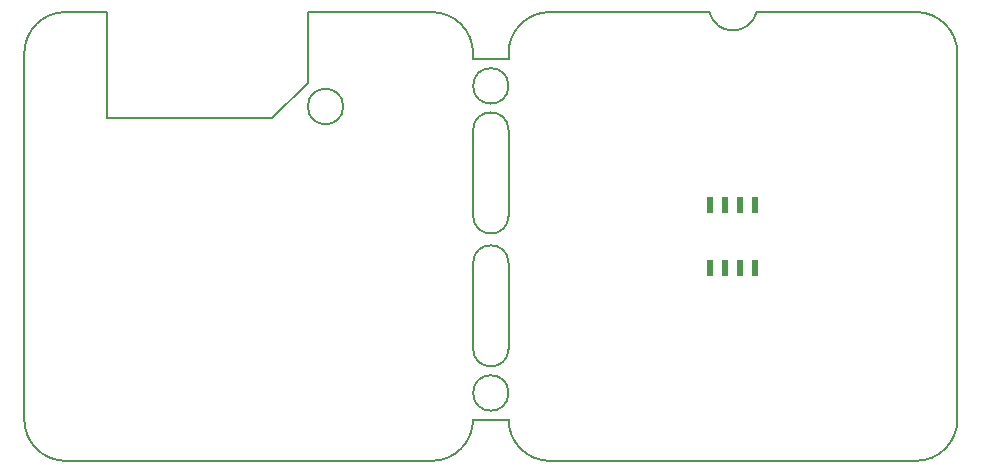
<source format=gbr>
%TF.GenerationSoftware,KiCad,Pcbnew,(5.1.8-0-10_14)*%
%TF.CreationDate,2021-02-08T17:53:51+01:00*%
%TF.ProjectId,ethersweep,65746865-7273-4776-9565-702e6b696361,rev?*%
%TF.SameCoordinates,Original*%
%TF.FileFunction,Paste,Bot*%
%TF.FilePolarity,Positive*%
%FSLAX46Y46*%
G04 Gerber Fmt 4.6, Leading zero omitted, Abs format (unit mm)*
G04 Created by KiCad (PCBNEW (5.1.8-0-10_14)) date 2021-02-08 17:53:51*
%MOMM*%
%LPD*%
G01*
G04 APERTURE LIST*
%TA.AperFunction,Profile*%
%ADD10C,0.150000*%
%TD*%
%ADD11R,0.600000X1.400000*%
G04 APERTURE END LIST*
D10*
X163500000Y-98250000D02*
G75*
G02*
X160500000Y-98250000I-1500000J0D01*
G01*
X160500000Y-91000000D02*
G75*
G02*
X163500000Y-91000000I1500000J0D01*
G01*
X163500000Y-98250000D02*
X163500000Y-91000000D01*
X160500000Y-91000000D02*
X160500000Y-98250000D01*
X160500000Y-102250000D02*
G75*
G02*
X163500000Y-102250000I1500000J0D01*
G01*
X160500000Y-102250000D02*
X160500000Y-109500000D01*
X163500000Y-109500000D02*
X163500000Y-102250000D01*
X163500000Y-109500000D02*
G75*
G02*
X160500000Y-109500000I-1500000J0D01*
G01*
X163500000Y-87250000D02*
G75*
G03*
X163500000Y-87250000I-1500000J0D01*
G01*
X163500000Y-113250000D02*
G75*
G03*
X163500000Y-113250000I-1500000J0D01*
G01*
X160500000Y-84500000D02*
X160500000Y-85000000D01*
X163500000Y-84500000D02*
X163500000Y-85000000D01*
X160500000Y-115500000D02*
X163500000Y-115500000D01*
X163500000Y-85000000D02*
X160500000Y-85000000D01*
X149500000Y-89000000D02*
G75*
G03*
X149500000Y-89000000I-1500000J0D01*
G01*
X129500000Y-90000000D02*
X129500000Y-81000000D01*
X126000000Y-81000000D02*
X129500000Y-81000000D01*
X126000000Y-81000000D02*
G75*
G03*
X122500000Y-84500000I0J-3500000D01*
G01*
X146500000Y-81000000D02*
X157000000Y-81000000D01*
X143500000Y-90000000D02*
X129500000Y-90000000D01*
X146500000Y-87000000D02*
X143500000Y-90000000D01*
X146500000Y-81000000D02*
X146500000Y-87000000D01*
X180500000Y-81000000D02*
X167000000Y-81000000D01*
X184500000Y-81000000D02*
X198000000Y-81000000D01*
X184500000Y-81000000D02*
G75*
G02*
X180500000Y-81000000I-2000000J500000D01*
G01*
X163500000Y-84500000D02*
G75*
G02*
X167000000Y-81000000I3500000J0D01*
G01*
X201500000Y-115500000D02*
G75*
G02*
X198000000Y-119000000I-3500000J0D01*
G01*
X167000000Y-119000000D02*
G75*
G02*
X163500000Y-115500000I0J3500000D01*
G01*
X167000000Y-119000000D02*
X198000000Y-119000000D01*
X198000000Y-81000000D02*
G75*
G02*
X201500000Y-84500000I0J-3500000D01*
G01*
X201500000Y-115500000D02*
X201500000Y-84500000D01*
X122500000Y-115500000D02*
X122500000Y-84500000D01*
X160500000Y-84500000D02*
G75*
G03*
X157000000Y-81000000I-3500000J0D01*
G01*
X157000000Y-119000000D02*
G75*
G03*
X160500000Y-115500000I0J3500000D01*
G01*
X122500000Y-115500000D02*
G75*
G03*
X126000000Y-119000000I3500000J0D01*
G01*
X157000000Y-119000000D02*
X126000000Y-119000000D01*
D11*
X180595000Y-97300000D03*
X181865000Y-97300000D03*
X183135000Y-97300000D03*
X184405000Y-97300000D03*
X184405000Y-102700000D03*
X183135000Y-102700000D03*
X181865000Y-102700000D03*
X180595000Y-102700000D03*
M02*

</source>
